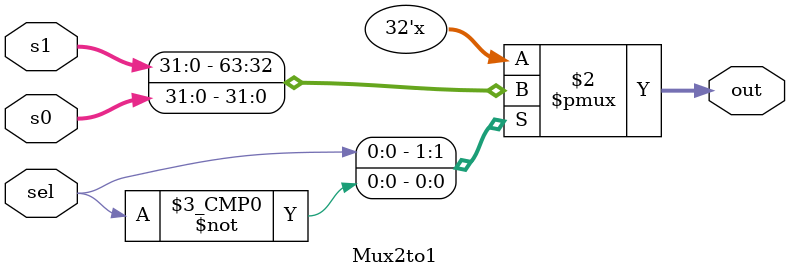
<source format=v>
module Mux2to1 #(
    parameter size = 32
) 
(
    input sel,
    input signed [size-1:0] s0,
    input signed [size-1:0] s1,
    output reg signed [size-1:0] out
);
    // TODO: implement your 2to1 multiplexer here

    always @(*)
		case (sel)
			1'b1: out = s1;
			1'b0: out = s0;
			default: out = { size{1'bx} };
		endcase

endmodule


</source>
